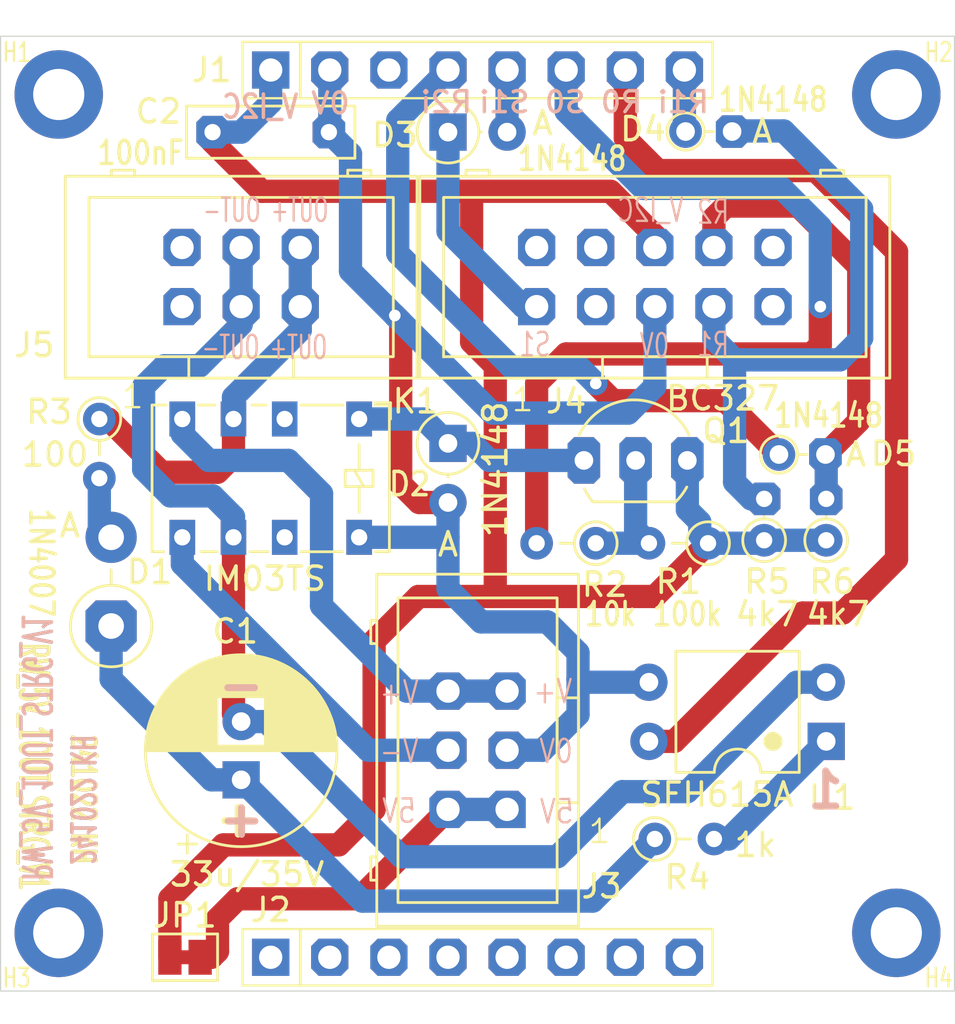
<source format=kicad_pcb>
(kicad_pcb (version 20240108) (generator "pcbnew") (generator_version "8.0")
  (layers (0 "F.Cu" signal) (31 "B.Cu" signal) (34 "B.Paste" user) (35 "F.Paste" user) (36 "B.SilkS" user "B.Silkscreen") (37 "F.SilkS" user "F.Silkscreen") (38 "B.Mask" user) (39 "F.Mask" user) (44 "Edge.Cuts" user))
  (net 0 "")
  (net 1 "/OUT-")
  (net 2 "Net-(D1-A)")
  (net 3 "/REL+")
  (net 4 "/S1")
  (net 5 "/S1i")
  (net 6 "/R1")
  (net 7 "/0V")
  (net 8 "/R1i")
  (net 9 "/S0")
  (net 11 "/R2i")
  (net 12 "/R0")
  (net 17 "/V_I2C")
  (net 20 "/5V")
  (net 22 "/R2")
  (net 23 "/V-")
  (net 24 "/V+")
  (net 30 "/OUT+")
  (net 33 "/Q1B")
  (net 34 "Net-(R4-Pad2)")
  (net 35 "Net-(D1-K)")
  (footprint "_kh_library:MountingHole_2.2mm_M2_Pad_TopBottom_kh" (layer "F.Cu") (at 70.07 26.45)
    (property "Reference" "H2" (at 1.812 -1.812 0) (layer "F.SilkS") (effects (font (size 0.8 0.6) (thickness 0.1) (bold yes))))
    (property "Value" "MountingHole" (hide yes))
    (pad "1" thru_hole circle (at 0 0) (size 2.6 2.6) (drill 2.2) (layers "*.Cu" "*.Mask"))
    (pad "1" connect circle (at 0 0) (size 3.8 3.8) (layers "F.Cu" "F.Mask"))
    (pad "1" connect circle (at 0 0) (size 3.8 3.8) (layers "B.Cu" "B.Mask"))
  )
  (footprint "Resistor_THT:R_Axial_DIN0204_L3.6mm_D1.6mm_P2.54mm_Vertical" (layer "F.Cu") (at 59.69 58.42)
    (property "Reference" "R4" (at 1.397 1.651 0) (layer "F.SilkS"))
    (property "Value" "1k")
    (pad "1" thru_hole circle (at 0 0) (size 1.4 1.4) (drill 0.7) (layers "*.Cu" "*.Mask") (net 35 "Net-(D1-K)"))
    (pad "2" thru_hole oval (at 2.54 0) (size 1.4 1.4) (drill 0.7) (layers "*.Cu" "*.Mask") (net 34 "Net-(R4-Pad2)"))
  )
  (footprint "_kh_library:Box_02x03_P2.54mm_Vertical_kh" (layer "F.Cu") (at 39.37 35.56)
    (property "Reference" "J5" (at -6.35 1.651 0) (layer "F.SilkS"))
    (property "Value" "Box_02x03_P2.54_Vertical" (hide yes))
    (fp_text user "1" (at -2.667 4.445 0) (layer "F.SilkS") (effects (font (thickness 0.1)) (justify left bottom)))
    (pad "1" thru_hole roundrect (at 0 0) (size 1.6 1.6) (drill 1) (layers "*.Cu" "*.Mask") (roundrect_rratio 0) (chamfer_ratio 0.2) (chamfer top_left top_right bottom_right))
    (pad "2" thru_hole roundrect (at 0 -2.54) (size 1.6 1.6) (drill 1) (layers "*.Cu" "*.Mask") (roundrect_rratio 0) (chamfer_ratio 0.2) (chamfer top_left top_right bottom_left bottom_right))
    (pad "3" thru_hole roundrect (at 2.54 0) (size 1.6 1.6) (drill 1) (layers "*.Cu" "*.Mask") (roundrect_rratio 0) (chamfer_ratio 0.2) (chamfer top_left top_right bottom_left bottom_right) (net 1 "/OUT-"))
    (pad "4" thru_hole roundrect (at 2.54 -2.54) (size 1.6 1.6) (drill 1) (layers "*.Cu" "*.Mask") (roundrect_rratio 0) (chamfer_ratio 0.2) (chamfer top_left top_right bottom_left bottom_right) (net 1 "/OUT-"))
    (pad "5" thru_hole roundrect (at 5.08 0) (size 1.6 1.6) (drill 1) (layers "*.Cu" "*.Mask") (roundrect_rratio 0) (chamfer_ratio 0.2) (chamfer top_left top_right bottom_left bottom_right) (net 30 "/OUT+"))
    (pad "6" thru_hole roundrect (at 5.08 -2.54) (size 1.6 1.6) (drill 1) (layers "*.Cu" "*.Mask") (roundrect_rratio 0) (chamfer_ratio 0.2) (chamfer top_left top_right bottom_left bottom_right) (net 30 "/OUT+"))
  )
  (footprint "_kh_library:R_Axial_P1.778mm_Vertical_kh" (layer "F.Cu") (at 64.389 45.593 90)
    (property "Reference" "R5" (at -1.778 0.127 180) (layer "F.SilkS"))
    (property "Value" "4k7")
    (pad "1" thru_hole circle (at 0 0 90) (size 1.4 1.4) (drill 0.7) (layers "*.Cu" "*.Mask") (net 17 "/V_I2C"))
    (pad "2" thru_hole roundrect (at 1.778 0 90) (size 1.4 1.4) (drill 0.7) (layers "*.Cu" "*.Mask") (roundrect_rratio 0) (chamfer_ratio 0.2) (chamfer top_left top_right bottom_left bottom_right) (net 6 "/R1"))
  )
  (footprint "Resistor_THT:R_Axial_DIN0204_L3.6mm_D1.6mm_P2.54mm_Vertical" (layer "F.Cu") (at 57.15 45.72 180)
    (property "Reference" "R2" (at -0.381 -1.778 0) (layer "F.SilkS"))
    (property "Value" "10k")
    (pad "1" thru_hole circle (at 0 0 180) (size 1.4 1.4) (drill 0.7) (layers "*.Cu" "*.Mask") (net 33 "/Q1B"))
    (pad "2" thru_hole oval (at 2.54 0 180) (size 1.4 1.4) (drill 0.7) (layers "*.Cu" "*.Mask") (net 9 "/S0"))
  )
  (footprint "_kh_library:D_DO-41_SOD81_P3.81mm_Vertical_AnodeUp_kh" (layer "F.Cu") (at 36.322 49.276 90)
    (property "Reference" "D1" (at 2.322182 1.651 180) (layer "F.SilkS"))
    (property "Value" "1N4007")
    (fp_text user "A" (at 4.318 -1.778 180) (layer "F.SilkS"))
    (pad "1" thru_hole roundrect (at 0 0 90) (size 2.2 2.2) (drill 1.1) (layers "*.Cu" "*.Mask") (roundrect_rratio 0) (chamfer_ratio 0.2) (chamfer top_left top_right bottom_left bottom_right) (net 35 "Net-(D1-K)"))
    (pad "2" thru_hole oval (at 3.81 0 90) (size 2.2 2.2) (drill 1.1) (layers "*.Cu" "*.Mask") (net 2 "Net-(D1-A)"))
  )
  (footprint "Diode_THT:D_DO-35_SOD27_P2.54mm_Vertical_AnodeUp" (layer "F.Cu") (at 50.8 41.430686 -90)
    (property "Reference" "D2" (at 1.749314 1.651 180) (layer "F.SilkS") (effects (font (size 1 0.9))))
    (property "Value" "1N4148")
    (fp_text user "A" (at 4.34 0 180) (layer "F.SilkS"))
    (pad "1" thru_hole rect (at 0 0 270) (size 1.6 1.6) (drill 0.8) (layers "*.Cu" "*.Mask") (net 3 "/REL+"))
    (pad "2" thru_hole oval (at 2.54 0 270) (size 1.6 1.6) (drill 0.8) (layers "*.Cu" "*.Mask") (net 7 "/0V"))
  )
  (footprint "Resistor_THT:R_Axial_DIN0204_L3.6mm_D1.6mm_P2.54mm_Vertical" (layer "F.Cu") (at 35.814 40.386 -90)
    (property "Reference" "R3" (at -0.304 2.159 180) (layer "F.SilkS"))
    (property "Value" "100")
    (pad "1" thru_hole circle (at 0 0 270) (size 1.4 1.4) (drill 0.7) (layers "*.Cu" "*.Mask") (net 30 "/OUT+"))
    (pad "2" thru_hole oval (at 2.54 0 270) (size 1.4 1.4) (drill 0.7) (layers "*.Cu" "*.Mask") (net 2 "Net-(D1-A)"))
  )
  (footprint "_kh_library:R_Axial_P1.778mm_Vertical_kh" (layer "F.Cu") (at 67.056 45.593 90)
    (property "Reference" "R6" (at -1.778 0.254 180) (layer "F.SilkS"))
    (property "Value" "4k7")
    (pad "1" thru_hole circle (at 0 0 90) (size 1.4 1.4) (drill 0.7) (layers "*.Cu" "*.Mask") (net 17 "/V_I2C"))
    (pad "2" thru_hole roundrect (at 1.778 0 90) (size 1.4 1.4) (drill 0.7) (layers "*.Cu" "*.Mask") (roundrect_rratio 0) (chamfer_ratio 0.2) (chamfer top_left top_right bottom_left bottom_right) (net 22 "/R2"))
  )
  (footprint "Diode_THT:D_DO-35_SOD27_P2.54mm_Vertical_AnodeUp" (layer "F.Cu") (at 50.8 28.067)
    (property "Reference" "D3" (at -2.286 0.127 0) (layer "F.SilkS"))
    (property "Value" "1N4148")
    (fp_text user "A" (at 4.064 -0.381 0) (layer "F.SilkS"))
    (pad "1" thru_hole rect (at 0 0) (size 1.6 1.6) (drill 0.8) (layers "*.Cu" "*.Mask") (net 4 "/S1"))
    (pad "2" thru_hole oval (at 2.54 0) (size 1.6 1.6) (drill 0.8) (layers "*.Cu" "*.Mask") (net 5 "/S1i"))
  )
  (footprint "_kh_library:C_Rect_L7.0mm_W2.0mm_P5.00mm_kh" (layer "F.Cu") (at 45.68 28.067 180)
    (property "Reference" "C2" (at 7.326 0.889 0) (layer "F.SilkS"))
    (property "Value" "100nF")
    (pad "1" thru_hole roundrect (at 0 0 180) (size 1.4 1.4) (drill 0.7) (layers "*.Cu" "*.Mask") (roundrect_rratio 0) (chamfer_ratio 0.2) (chamfer top_left top_right bottom_left bottom_right) (net 7 "/0V"))
    (pad "2" thru_hole roundrect (at 5 0 180) (size 1.4 1.4) (drill 0.7) (layers "*.Cu" "*.Mask") (roundrect_rratio 0) (chamfer_ratio 0.2) (chamfer top_left top_right bottom_left bottom_right) (net 17 "/V_I2C"))
  )
  (footprint "Jumper:SolderJumper-2_P1.3mm_Bridged_Pad1.0x1.5mm" (layer "F.Cu") (at 39.497 63.5)
    (property "Reference" "JP1" (at 0 -1.8 0) (layer "F.SilkS"))
    (property "Value" "Jumper_2_Bridged" (hide yes))
    (fp_poly (pts (xy -0.25 -0.3) (xy 0.25 -0.3) (xy 0.25 0.3) (xy -0.25 0.3)) (fill solid) (layer "F.Cu"))
    (pad "1" smd rect (at -0.65 0) (size 1 1.5) (layers "F.Cu" "F.Mask") (net 17 "/V_I2C"))
    (pad "2" smd rect (at 0.65 0) (size 1 1.5) (layers "F.Cu" "F.Mask") (net 20 "/5V"))
  )
  (footprint "_kh_library:MountingHole_2.2mm_M2_Pad_TopBottom_kh" (layer "F.Cu") (at 34.07 26.45)
    (property "Reference" "H1" (at -1.812 -1.812 0) (layer "F.SilkS") (effects (font (size 0.8 0.6) (thickness 0.1) (bold yes))))
    (property "Value" "MountingHole" (hide yes))
    (pad "1" thru_hole circle (at 0 0) (size 2.6 2.6) (drill 2.2) (layers "*.Cu" "*.Mask"))
    (pad "1" connect circle (at 0 0) (size 3.8 3.8) (layers "F.Cu" "F.Mask"))
    (pad "1" connect circle (at 0 0) (size 3.8 3.8) (layers "B.Cu" "B.Mask"))
  )
  (footprint "_kh_library:PinSocket_1x08_P2.54mm_Vertical_kh" (layer "F.Cu") (at 43.18 25.4 90)
    (property "Reference" "J1" (at 0 -2.54 180) (layer "F.SilkS"))
    (property "Value" "Conn_01x08_Pin")
    (pad "1" thru_hole rect (at 0 0 90) (size 1.6 1.6) (drill 1) (layers "*.Cu" "*.Mask") (net 17 "/V_I2C"))
    (pad "2" thru_hole roundrect (at 0 2.54 90) (size 1.6 1.6) (drill 1) (layers "*.Cu" "*.Mask") (roundrect_rratio 0) (chamfer_ratio 0.2) (chamfer top_left top_right bottom_left bottom_right) (net 7 "/0V"))
    (pad "3" thru_hole roundrect (at 0 5.08 90) (size 1.6 1.6) (drill 1) (layers "*.Cu" "*.Mask") (roundrect_rratio 0) (chamfer_ratio 0.2) (chamfer top_left top_right bottom_left bottom_right))
    (pad "4" thru_hole roundrect (at 0 7.62 90) (size 1.6 1.6) (drill 1) (layers "*.Cu" "*.Mask") (roundrect_rratio 0) (chamfer_ratio 0.2) (chamfer top_left top_right bottom_left bottom_right) (net 11 "/R2i"))
    (pad "5" thru_hole roundrect (at 0 10.16 90) (size 1.6 1.6) (drill 1) (layers "*.Cu" "*.Mask") (roundrect_rratio 0) (chamfer_ratio 0.2) (chamfer top_left top_right bottom_left bottom_right) (net 5 "/S1i"))
    (pad "6" thru_hole roundrect (at 0 12.7 90) (size 1.6 1.6) (drill 1) (layers "*.Cu" "*.Mask") (roundrect_rratio 0) (chamfer_ratio 0.2) (chamfer top_left top_right bottom_left bottom_right) (net 9 "/S0"))
    (pad "7" thru_hole roundrect (at 0 15.24 90) (size 1.6 1.6) (drill 1) (layers "*.Cu" "*.Mask") (roundrect_rratio 0) (chamfer_ratio 0.2) (chamfer top_left top_right bottom_left bottom_right) (net 12 "/R0"))
    (pad "8" thru_hole roundrect (at 0 17.78 90) (size 1.6 1.6) (drill 1) (layers "*.Cu" "*.Mask") (roundrect_rratio 0) (chamfer_ratio 0.2) (chamfer top_left top_right bottom_left bottom_right) (net 8 "/R1i"))
  )
  (footprint "_kh_library:MountingHole_2.2mm_M2_Pad_TopBottom_kh" (layer "F.Cu") (at 34.07 62.45)
    (property "Reference" "H3" (at -1.812 1.939 0) (layer "F.SilkS") (effects (font (size 0.8 0.6) (thickness 0.1) (bold yes))))
    (property "Value" "MountingHole" (hide yes))
    (pad "1" thru_hole circle (at 0 0) (size 2.6 2.6) (drill 2.2) (layers "*.Cu" "*.Mask"))
    (pad "1" connect circle (at 0 0) (size 3.8 3.8) (layers "F.Cu" "F.Mask"))
    (pad "1" connect circle (at 0 0) (size 3.8 3.8) (layers "B.Cu" "B.Mask"))
  )
  (footprint "_kh_library:TO-92_Inline_Wide_2.2225" (layer "F.Cu") (at 56.642 42.164)
    (property "Reference" "Q1" (at 6.096 -1.27 0) (layer "F.SilkS"))
    (property "Value" "BC327")
    (pad "1" thru_hole roundrect (at 0 0) (size 1.4 2) (drill 0.8) (layers "*.Cu" "*.Mask") (roundrect_rratio 0) (chamfer_ratio 0.2) (chamfer top_left top_right bottom_left bottom_right) (net 3 "/REL+"))
    (pad "2" thru_hole roundrect (at 2.2225 0) (size 1.4 2) (drill 0.8) (layers "*.Cu" "*.Mask") (roundrect_rratio 0) (chamfer_ratio 0.2) (chamfer top_left top_right bottom_left bottom_right) (net 33 "/Q1B"))
    (pad "3" thru_hole roundrect (at 4.445 0) (size 1.4 2) (drill 0.8) (layers "*.Cu" "*.Mask") (roundrect_rratio 0) (chamfer_ratio 0.2) (chamfer top_left top_right bottom_left bottom_right) (net 17 "/V_I2C"))
  )
  (footprint "Package_DIP:DIP-4_W7.62mm" (layer "F.Cu") (at 67.056 54.229 180)
    (property "Reference" "U1" (at -0.254 -2.413 0) (layer "F.SilkS"))
    (property "Value" "SFH615A")
    (pad "1" thru_hole rect (at 0 0 180) (size 1.6 1.6) (drill 0.8) (layers "*.Cu" "*.Mask") (net 34 "Net-(R4-Pad2)"))
    (pad "2" thru_hole oval (at 0 2.54 180) (size 1.6 1.6) (drill 0.8) (layers "*.Cu" "*.Mask") (net 1 "/OUT-"))
    (pad "3" thru_hole oval (at 7.62 2.54 180) (size 1.6 1.6) (drill 0.8) (layers "*.Cu" "*.Mask") (net 7 "/0V"))
    (pad "4" thru_hole oval (at 7.62 0 180) (size 1.6 1.6) (drill 0.8) (layers "*.Cu" "*.Mask") (net 12 "/R0"))
  )
  (footprint "_kh_library:Box_02x03_P2.54mm_Vertical_kh" (layer "F.Cu") (at 53.34 57.15 90)
    (property "Reference" "J3" (at -3.302 4.064 180) (layer "F.SilkS"))
    (property "Value" "Box_02x03_P2.54_Vertical" (hide yes))
    (fp_text user "1" (at -1.524 3.429 0) (layer "F.SilkS") (effects (font (thickness 0.1)) (justify left bottom)))
    (pad "1" thru_hole roundrect (at 0 0 90) (size 1.6 1.6) (drill 1) (layers "*.Cu" "*.Mask") (roundrect_rratio 0) (chamfer_ratio 0.2) (chamfer top_left top_right bottom_right) (net 20 "/5V"))
    (pad "2" thru_hole roundrect (at 0 -2.54 90) (size 1.6 1.6) (drill 1) (layers "*.Cu" "*.Mask") (roundrect_rratio 0) (chamfer_ratio 0.2) (chamfer top_left top_right bottom_left bottom_right) (net 20 "/5V"))
    (pad "3" thru_hole roundrect (at 2.54 0 90) (size 1.6 1.6) (drill 1) (layers "*.Cu" "*.Mask") (roundrect_rratio 0) (chamfer_ratio 0.2) (chamfer top_left top_right bottom_left bottom_right) (net 7 "/0V"))
    (pad "4" thru_hole roundrect (at 2.54 -2.54 90) (size 1.6 1.6) (drill 1) (layers "*.Cu" "*.Mask") (roundrect_rratio 0) (chamfer_ratio 0.2) (chamfer top_left top_right bottom_left bottom_right) (net 23 "/V-"))
    (pad "5" thru_hole roundrect (at 5.08 0 90) (size 1.6 1.6) (drill 1) (layers "*.Cu" "*.Mask") (roundrect_rratio 0) (chamfer_ratio 0.2) (chamfer top_left top_right bottom_left bottom_right) (net 24 "/V+"))
    (pad "6" thru_hole roundrect (at 5.08 -2.54 90) (size 1.6 1.6) (drill 1) (layers "*.Cu" "*.Mask") (roundrect_rratio 0) (chamfer_ratio 0.2) (chamfer top_left top_right bottom_left bottom_right) (net 24 "/V+"))
  )
  (footprint "Resistor_THT:R_Axial_DIN0204_L3.6mm_D1.6mm_P2.54mm_Vertical" (layer "F.Cu") (at 61.976 45.72 180)
    (property "Reference" "R1" (at 1.27 -1.651 0) (layer "F.SilkS"))
    (property "Value" "100k")
    (pad "1" thru_hole circle (at 0 0 180) (size 1.4 1.4) (drill 0.7) (layers "*.Cu" "*.Mask") (net 17 "/V_I2C"))
    (pad "2" thru_hole oval (at 2.54 0 180) (size 1.4 1.4) (drill 0.7) (layers "*.Cu" "*.Mask") (net 33 "/Q1B"))
  )
  (footprint "_kh_library:D_DO-35_P2.0mm_Vertical_AnodeUp_kh" (layer "F.Cu") (at 61.0108 28.0416)
    (property "Reference" "D4" (at -1.8288 -0.1016 0) (layer "F.SilkS"))
    (property "Value" "1N4148" (hide yes))
    (fp_text user "A" (at 3.302 0 0) (layer "F.SilkS"))
    (pad "1" thru_hole circle (at 0 0) (size 1.4 1.4) (drill 0.8) (layers "*.Cu" "*.Mask") (net 8 "/R1i"))
    (pad "2" thru_hole roundrect (at 2 0) (size 1.4 1.4) (drill 0.8) (layers "*.Cu" "*.Mask") (roundrect_rratio 0) (chamfer_ratio 0.2) (chamfer top_left top_right bottom_left bottom_right) (net 6 "/R1"))
  )
  (footprint "_kh_library:MountingHole_2.2mm_M2_Pad_TopBottom_kh" (layer "F.Cu") (at 70.07 62.45)
    (property "Reference" "H4" (at 1.812 1.939 0) (layer "F.SilkS") (effects (font (size 0.8 0.6) (thickness 0.1) (bold yes))))
    (property "Value" "MountingHole" (hide yes))
    (pad "1" thru_hole circle (at 0 0) (size 2.6 2.6) (drill 2.2) (layers "*.Cu" "*.Mask"))
    (pad "1" connect circle (at 0 0) (size 3.8 3.8) (layers "F.Cu" "F.Mask"))
    (pad "1" connect circle (at 0 0) (size 3.8 3.8) (layers "B.Cu" "B.Mask"))
  )
  (footprint "Capacitor_THT:CP_Radial_D8.0mm_P2.50mm" (layer "F.Cu") (at 41.91 55.88 90)
    (property "Reference" "C1" (at 6.3754 -0.254 180) (layer "F.SilkS"))
    (property "Value" "33u/35V")
    (pad "1" thru_hole rect (at 0 0 90) (size 1.6 1.6) (drill 0.8) (layers "*.Cu" "*.Mask") (net 35 "Net-(D1-K)"))
    (pad "2" thru_hole circle (at 2.5 0 90) (size 1.6 1.6) (drill 0.8) (layers "*.Cu" "*.Mask") (net 1 "/OUT-"))
  )
  (footprint "_kh_library:D_DO-35_P2.0mm_Vertical_AnodeUp_kh" (layer "F.Cu") (at 65.024 41.91)
    (property "Reference" "D5" (at 4.9276 -0.0254 360) (layer "F.SilkS"))
    (property "Value" "1N4148" (hide yes))
    (fp_text user "A" (at 3.302 0 360) (layer "F.SilkS"))
    (pad "1" thru_hole circle (at 0 0) (size 1.4 1.4) (drill 0.8) (layers "*.Cu" "*.Mask") (net 11 "/R2i"))
    (pad "2" thru_hole roundrect (at 2 0) (size 1.4 1.4) (drill 0.8) (layers "*.Cu" "*.Mask") (roundrect_rratio 0) (chamfer_ratio 0.2) (chamfer top_left top_right bottom_left bottom_right) (net 22 "/R2"))
  )
  (footprint "_kh_library:PinSocket_1x08_P2.54mm_Vertical_kh" (layer "F.Cu") (at 43.18 63.5 90)
    (property "Reference" "J2" (at 2.032 0 180) (layer "F.SilkS"))
    (property "Value" "Conn_01x08_Pin")
    (pad "1" thru_hole rect (at 0 0 90) (size 1.6 1.6) (drill 1) (layers "*.Cu" "*.Mask"))
    (pad "2" thru_hole roundrect (at 0 2.54 90) (size 1.6 1.6) (drill 1) (layers "*.Cu" "*.Mask") (roundrect_rratio 0) (chamfer_ratio 0.2) (chamfer top_left top_right bottom_left bottom_right))
    (pad "3" thru_hole roundrect (at 0 5.08 90) (size 1.6 1.6) (drill 1) (layers "*.Cu" "*.Mask") (roundrect_rratio 0) (chamfer_ratio 0.2) (chamfer top_left top_right bottom_left bottom_right))
    (pad "4" thru_hole roundrect (at 0 7.62 90) (size 1.6 1.6) (drill 1) (layers "*.Cu" "*.Mask") (roundrect_rratio 0) (chamfer_ratio 0.2) (chamfer top_left top_right bottom_left bottom_right))
    (pad "5" thru_hole roundrect (at 0 10.16 90) (size 1.6 1.6) (drill 1) (layers "*.Cu" "*.Mask") (roundrect_rratio 0) (chamfer_ratio 0.2) (chamfer top_left top_right bottom_left bottom_right))
    (pad "6" thru_hole roundrect (at 0 12.7 90) (size 1.6 1.6) (drill 1) (layers "*.Cu" "*.Mask") (roundrect_rratio 0) (chamfer_ratio 0.2) (chamfer top_left top_right bottom_left bottom_right))
    (pad "7" thru_hole roundrect (at 0 15.24 90) (size 1.6 1.6) (drill 1) (layers "*.Cu" "*.Mask") (roundrect_rratio 0) (chamfer_ratio 0.2) (chamfer top_left top_right bottom_left bottom_right))
    (pad "8" thru_hole roundrect (at 0 17.78 90) (size 1.6 1.6) (drill 1) (layers "*.Cu" "*.Mask") (roundrect_rratio 0) (chamfer_ratio 0.2) (chamfer top_left top_right bottom_left bottom_right))
  )
  (footprint "_kh_library:Box_02x05_P2.54mm_Vertical_kh" (layer "F.Cu") (at 54.61 35.56)
    (property "Reference" "J4" (at 1.27 4.064 0) (layer "F.SilkS"))
    (property "Value" "Box_02x05_P2.54_Vertical" (hide yes))
    (fp_text user "1" (at -1.143 4.572 0) (layer "F.SilkS") (effects (font (thickness 0.1)) (justify left bottom)))
    (pad "1" thru_hole roundrect (at 0 0) (size 1.6 1.6) (drill 1) (layers "*.Cu" "*.Mask") (roundrect_rratio 0) (chamfer_ratio 0.2) (chamfer top_left top_right bottom_right) (net 4 "/S1"))
    (pad "2" thru_hole roundrect (at 0 -2.54) (size 1.6 1.6) (drill 1) (layers "*.Cu" "*.Mask") (roundrect_rratio 0) (chamfer_ratio 0.2) (chamfer top_left top_right bottom_left bottom_right))
    (pad "3" thru_hole roundrect (at 2.54 0) (size 1.6 1.6) (drill 1) (layers "*.Cu" "*.Mask") (roundrect_rratio 0) (chamfer_ratio 0.2) (chamfer top_left top_right bottom_left bottom_right))
    (pad "4" thru_hole roundrect (at 2.54 -2.54) (size 1.6 1.6) (drill 1) (layers "*.Cu" "*.Mask") (roundrect_rratio 0) (chamfer_ratio 0.2) (chamfer top_left top_right bottom_left bottom_right))
    (pad "5" thru_hole roundrect (at 5.08 0) (size 1.6 1.6) (drill 1) (layers "*.Cu" "*.Mask") (roundrect_rratio 0) (chamfer_ratio 0.2) (chamfer top_left top_right bottom_left bottom_right) (net 7 "/0V"))
    (pad "6" thru_hole roundrect (at 5.08 -2.54) (size 1.6 1.6) (drill 1) (layers "*.Cu" "*.Mask") (roundrect_rratio 0) (chamfer_ratio 0.2) (chamfer top_left top_right bottom_left bottom_right) (net 17 "/V_I2C"))
    (pad "7" thru_hole roundrect (at 7.62 0) (size 1.6 1.6) (drill 1) (layers "*.Cu" "*.Mask") (roundrect_rratio 0) (chamfer_ratio 0.2) (chamfer top_left top_right bottom_left bottom_right) (net 6 "/R1"))
    (pad "8" thru_hole roundrect (at 7.62 -2.54) (size 1.6 1.6) (drill 1) (layers "*.Cu" "*.Mask") (roundrect_rratio 0) (chamfer_ratio 0.2) (chamfer top_left top_right bottom_left bottom_right) (net 22 "/R2"))
    (pad "9" thru_hole roundrect (at 10.16 0) (size 1.6 1.6) (drill 1) (layers "*.Cu" "*.Mask") (roundrect_rratio 0) (chamfer_ratio 0.2) (chamfer top_left top_right bottom_left bottom_right))
    (pad "10" thru_hole roundrect (at 10.16 -2.54) (size 1.6 1.6) (drill 1) (layers "*.Cu" "*.Mask") (roundrect_rratio 0) (chamfer_ratio 0.2) (chamfer top_left top_right bottom_left bottom_right))
  )
  (footprint "_kh_library:Relay_DPDT_AXICOM_IMSeries_Pitch5.08mm_rect_Pins" (layer "F.Cu") (at 46.98 40.386 -90)
    (property "Reference" "K1" (at -0.762 -2.423 180) (layer "F.SilkS"))
    (property "Value" "IM03TS")
    (pad "1" thru_hole rect (at 0 0 270) (size 1.5 1.1) (drill 0.7) (layers "*.Cu" "*.Mask") (net 3 "/REL+"))
    (pad "2" thru_hole rect (at 0 3.2 270) (size 1.5 1.1) (drill 0.7) (layers "*.Cu" "*.Mask"))
    (pad "3" thru_hole rect (at 0 5.4 270) (size 1.5 1.1) (drill 0.7) (layers "*.Cu" "*.Mask") (net 30 "/OUT+"))
    (pad "4" thru_hole rect (at 0 7.6 270) (size 1.5 1.1) (drill 0.7) (layers "*.Cu" "*.Mask") (net 24 "/V+"))
    (pad "5" thru_hole rect (at 5.08 7.6 270) (size 1.5 1.1) (drill 0.7) (layers "*.Cu" "*.Mask") (net 23 "/V-"))
    (pad "6" thru_hole rect (at 5.08 5.4 270) (size 1.5 1.1) (drill 0.7) (layers "*.Cu" "*.Mask") (net 1 "/OUT-"))
    (pad "7" thru_hole rect (at 5.08 3.2 270) (size 1.5 1.1) (drill 0.7) (layers "*.Cu" "*.Mask"))
    (pad "8" thru_hole rect (at 5.08 0 270) (size 1.5 1.1) (drill 0.7) (layers "*.Cu" "*.Mask") (net 7 "/0V"))
  )
  (gr_circle (center 64.77 54.229) (end 65.024 54.483) (stroke (width 0.1)) (fill solid) (layer "F.SilkS"))
  (gr_rect (start 31.57 23.95) (end 72.57 64.95) (stroke (width 0.05)) (fill none) (layer "Edge.Cuts"))
  (gr_text "241022 KH" (at 34.544 53.848 270) (layer "F.Cu") (effects (font (size 1 0.65)) (justify left bottom)))
  (gr_text "RW_5V_1OUT_STRG_V1" (at 32.2834 49.911 270) (layer "F.Cu") (effects (font (size 1.2 0.65)) (justify left bottom)))
  (gr_text "RW_5V_1OUT_STRG_V1" (at 32.4 60.3 270) (layer "B.Cu") (effects (font (size 1.2 0.7)) (justify left bottom mirror)))
  (gr_text "241022 KH" (at 34.5 59.6 270) (layer "B.Cu") (effects (font (size 1 0.65)) (justify left bottom mirror)))
  (gr_text "V_I2C" (at 60.9854 32.004 0) (layer "B.SilkS") (effects (font (size 1 0.7) (thickness 0.1)) (justify left bottom mirror)))
  (gr_text "+" (at 43.053 58.42 0) (layer "B.SilkS") (effects (font (size 1.5 1.5) (thickness 0.3) (bold yes)) (justify left bottom mirror)))
  (gr_text "OUT+ OUT-" (at 45.6692 37.8968 0) (layer "B.SilkS") (effects (font (size 1 0.6) (thickness 0.1)) (justify left bottom mirror)))
  (gr_text "R2" (at 62.9412 32.0802 0) (layer "B.SilkS") (effects (font (size 1 0.7) (thickness 0.1)) (justify left bottom mirror)))
  (gr_text "V_I2C" (at 44.45 27.559 0) (layer "B.SilkS") (effects (font (size 1 0.8)) (justify left bottom mirror)))
  (gr_text "V+" (at 49.6062 52.7304 0) (layer "B.SilkS") (effects (font (size 1 0.8) (thickness 0.1)) (justify left bottom mirror)))
  (gr_text "1" (at 67.945 57.2008 0) (layer "B.SilkS") (effects (font (size 1.5 1.5) (thickness 0.3) (bold yes)) (justify left bottom mirror)))
  (gr_text "R1i R0 S0 S1i" (at 62.103 27.305 0) (layer "B.SilkS") (effects (font (size 0.9 0.9)) (justify left bottom mirror)))
  (gr_text "241022 KH" (at 34.5 59.6 270) (layer "B.SilkS") (effects (font (size 1 0.65)) (justify left bottom mirror)))
  (gr_text "OUT+ OUT-" (at 45.72 32.004 0) (layer "B.SilkS") (effects (font (size 1 0.6) (thickness 0.1)) (justify left bottom mirror)))
  (gr_text "0V" (at 60.3758 37.8206 0) (layer "B.SilkS") (effects (font (size 1 0.7) (thickness 0.1)) (justify left bottom mirror)))
  (gr_text "0V" (at 56.2356 55.245 0) (layer "B.SilkS") (effects (font (size 1 0.8) (thickness 0.1)) (justify left bottom mirror)))
  (gr_text "S1" (at 55.2704 37.7698 0) (layer "B.SilkS") (effects (font (size 1 0.7) (thickness 0.1)) (justify left bottom mirror)))
  (gr_text "V+" (at 56.2102 52.6754 0) (layer "B.SilkS") (effects (font (size 1 0.8) (thickness 0.1)) (justify left bottom mirror)))
  (gr_text "5V" (at 49.4792 57.8062 0) (layer "B.SilkS") (effects (font (size 1 0.8) (thickness 0.1)) (justify left bottom mirror)))
  (gr_text "5V" (at 56.261 57.8316 0) (layer "B.SilkS") (effects (font (size 1 0.8) (thickness 0.1)) (justify left bottom mirror)))
  (gr_text "RW_5V_1OUT_STRG_V1" (at 32.4 60.3 270) (layer "B.SilkS") (effects (font (size 1.2 0.7)) (justify left bottom mirror)))
  (gr_text "R2i" (at 51.9176 27.305 0) (layer "B.SilkS") (effects (font (size 0.9 0.9)) (justify left bottom mirror)))
  (gr_text "0V" (at 46.6598 27.3558 0) (layer "B.SilkS") (effects (font (size 0.9 0.9)) (justify left bottom mirror)))
  (gr_text "-" (at 41.91 51.816 0) (layer "B.SilkS") (effects (font (size 1.5 1.5) (thickness 0.3) (bold yes)) (justify mirror)))
  (gr_text "R1" (at 62.9412 37.7698 0) (layer "B.SilkS") (effects (font (size 1 0.7) (thickness 0.1)) (justify left bottom mirror)))
  (gr_text "V-" (at 49.6062 55.2408 0) (layer "B.SilkS") (effects (font (size 1 0.8) (thickness 0.1)) (justify left bottom mirror)))
  (gr_text "IM03TS" (at 42.926 47.244 0) (layer "F.SilkS") (effects (font (size 1 1))))
  (gr_text "SFH615A" (at 62.357 56.515 0) (layer "F.SilkS") (effects (font (size 1 1))))
  (gr_text "4k7" (at 67.564 48.768 0) (layer "F.SilkS") (effects (font (size 1 1))))
  (gr_text "1N4007" (at 33.3248 46.5582 270) (layer "F.SilkS") (effects (font (size 1 0.8))))
  (gr_text "+" (at 41.783 57.531 0) (layer "F.SilkS") (effects (font (size 1.5 1.5) (thickness 0.3) (bold yes))))
  (gr_text "33u/35V" (at 42.164 59.944 0) (layer "F.SilkS") (effects (font (size 1 1))))
  (gr_text "BC327" (at 62.611 39.497 0) (layer "F.SilkS") (effects (font (size 1 1))))
  (gr_text "100" (at 33.909 41.91 0) (layer "F.SilkS") (effects (font (size 1 1))))
  (gr_text "1N4148" (at 64.77 26.67 0) (layer "F.SilkS") (effects (font (size 1 0.8))))
  (gr_text "RW_5V_1OUT_STRG_V1" (at 32.2834 49.911 270) (layer "F.SilkS") (effects (font (size 1.2 0.65)) (justify left bottom)))
  (gr_text "100k" (at 61.087 48.768 0) (layer "F.SilkS") (effects (font (size 1 0.8))))
  (gr_text "4k7" (at 64.516 48.768 0) (layer "F.SilkS") (effects (font (size 1 1))))
  (gr_text "1N4148" (at 56.134 29.21 0) (layer "F.SilkS") (effects (font (size 1 0.8))))
  (gr_text "100nF" (at 37.592 28.956 0) (layer "F.SilkS") (effects (font (size 1 0.8))))
  (gr_text "241022 KH" (at 34.544 53.848 270) (layer "F.SilkS") (effects (font (size 1 0.65)) (justify left bottom)))
  (gr_text "1N4148" (at 52.832 42.545 90) (layer "F.SilkS") (effects (font (size 1 1))))
  (gr_text "10k" (at 57.785 48.768 0) (layer "F.SilkS") (effects (font (size 1 0.8))))
  (gr_text "1k" (at 64.008 58.674 0) (layer "F.SilkS") (effects (font (size 1 1))))
  (gr_text "1N4148" (at 67.1576 40.2336 0) (layer "F.SilkS") (effects (font (size 1 0.8))))
  (segment (start 41.58 45.466) (end 41.58 53.05) (width 1) (layer "F.Cu") (net 1))
  (segment (start 41.58 53.05) (end 41.91 53.38) (width 1) (layer "F.Cu") (net 1))
  (segment (start 38.862 43.688) (end 37.719 42.545) (width 1) (layer "B.Cu") (net 1))
  (segment (start 37.719 42.545) (end 37.719 38.989) (width 1) (layer "B.Cu") (net 1))
  (segment (start 41.58 45.466) (end 41.58 44.5772) (width 1) (layer "B.Cu") (net 1))
  (segment (start 61.087 56.388) (end 58.293 56.388) (width 1) (layer "B.Cu") (net 1))
  (segment (start 55.499 59.182) (end 48.7934 59.182) (width 1) (layer "B.Cu") (net 1))
  (segment (start 41.58 44.5772) (end 40.6908 43.688) (width 1) (layer "B.Cu") (net 1))
  (segment (start 67.056 51.689) (end 65.786 51.689) (width 1) (layer "B.Cu") (net 1))
  (segment (start 40.132 38.1) (end 41.91 36.322) (width 1) (layer "B.Cu") (net 1))
  (segment (start 41.91 36.322) (end 41.91 35.56) (width 1) (layer "B.Cu") (net 1))
  (segment (start 37.719 38.989) (end 38.608 38.1) (width 1) (layer "B.Cu") (net 1))
  (segment (start 48.7934 59.182) (end 42.9914 53.38) (width 1) (layer "B.Cu") (net 1))
  (segment (start 65.786 51.689) (end 61.087 56.388) (width 1) (layer "B.Cu") (net 1))
  (segment (start 38.608 38.1) (end 40.132 38.1) (width 1) (layer "B.Cu") (net 1))
  (segment (start 41.91 33.02) (end 41.91 35.56) (width 1) (layer "B.Cu") (net 1))
  (segment (start 40.6908 43.688) (end 38.862 43.688) (width 1) (layer "B.Cu") (net 1))
  (segment (start 42.9914 53.38) (end 41.91 53.38) (width 1) (layer "B.Cu") (net 1))
  (segment (start 58.293 56.388) (end 55.499 59.182) (width 1) (layer "B.Cu") (net 1))
  (segment (start 36.322 45.466) (end 35.814 44.958) (width 1) (layer "B.Cu") (net 2))
  (segment (start 35.814 44.958) (end 35.814 42.926) (width 1) (layer "B.Cu") (net 2))
  (segment (start 46.98 40.386) (end 49.755314 40.386) (width 1) (layer "B.Cu") (net 3))
  (segment (start 50.8 41.430686) (end 51.844686 41.430686) (width 1) (layer "B.Cu") (net 3))
  (segment (start 51.844686 41.430686) (end 52.578 42.164) (width 1) (layer "B.Cu") (net 3))
  (segment (start 52.578 42.164) (end 56.642 42.164) (width 1) (layer "B.Cu") (net 3))
  (segment (start 49.755314 40.386) (end 50.8 41.430686) (width 1) (layer "B.Cu") (net 3))
  (segment (start 50.8 28.067) (end 50.8 32.3215) (width 1) (layer "B.Cu") (net 4))
  (segment (start 50.8 32.3215) (end 54.0385 35.56) (width 1) (layer "B.Cu") (net 4))
  (segment (start 54.0385 35.56) (end 54.61 35.56) (width 1) (layer "B.Cu") (net 4))
  (segment (start 53.34 28.067) (end 53.34 25.4) (width 1) (layer "B.Cu") (net 5))
  (segment (start 68.58 36.9062) (end 67.6402 37.846) (width 1) (layer "B.Cu") (net 6))
  (segment (start 67.6402 37.846) (end 63.119 37.846) (width 1) (layer "B.Cu") (net 6))
  (segment (start 63.0362 28.0162) (end 65.2272 28.0162) (width 1) (layer "B.Cu") (net 6))
  (segment (start 62.23 36.957) (end 63.119 37.846) (width 1) (layer "B.Cu") (net 6))
  (segment (start 63.119 43.1038) (end 63.119 37.846) (width 1) (layer "B.Cu") (net 6))
  (segment (start 63.8302 43.815) (end 63.119 43.1038) (width 1) (layer "B.Cu") (net 6))
  (segment (start 62.23 35.56) (end 62.23 36.957) (width 1) (layer "B.Cu") (net 6))
  (segment (start 64.389 43.815) (end 63.8302 43.815) (width 1) (layer "B.Cu") (net 6))
  (segment (start 65.2272 28.0162) (end 68.58 31.369) (width 1) (layer "B.Cu") (net 6))
  (segment (start 68.58 31.369) (end 68.58 36.9062) (width 1) (layer "B.Cu") (net 6))
  (segment (start 49.558686 43.970686) (end 50.8 43.970686) (width 1) (layer "F.Cu") (net 7))
  (segment (start 48.768 43.18) (end 49.558686 43.970686) (width 1) (layer "F.Cu") (net 7))
  (segment (start 48.768 36.195) (end 48.768 43.18) (width 1) (layer "F.Cu") (net 7))
  (segment (start 48.514 35.941) (end 48.768 36.195) (width 1) (layer "F.Cu") (net 7))
  (via (at 48.514 35.941) (size 1) (drill 0.5) (layers "F.Cu" "B.Cu") (net 7))
  (segment (start 55.0672 49.0982) (end 52.2224 49.0982) (width 1) (layer "B.Cu") (net 7))
  (segment (start 56.515 51.689) (end 56.388 51.562) (width 1) (layer "B.Cu") (net 7))
  (segment (start 56.388 51.562) (end 56.388 50.419) (width 1) (layer "B.Cu") (net 7))
  (segment (start 50.8 47.6758) (end 50.8 45.466) (width 1) (layer "B.Cu") (net 7))
  (segment (start 50.8 44.704) (end 50.8 43.970686) (width 1) (layer "B.Cu") (net 7))
  (segment (start 50.8 43.970686) (end 50.8 45.466) (width 1) (layer "B.Cu") (net 7))
  (segment (start 53.34 54.61) (end 54.864 54.61) (width 1) (layer "B.Cu") (net 7))
  (segment (start 46.609 34.036) (end 46.609 28.996) (width 1) (layer "B.Cu") (net 7))
  (segment (start 45.72 25.4) (end 45.72 28.027) (width 1) (layer "B.Cu") (net 7))
  (segment (start 52.2224 49.0982) (end 50.8 47.6758) (width 1) (layer "B.Cu") (net 7))
  (segment (start 59.69 35.56) (end 59.69 38.989) (width 1) (layer "B.Cu") (net 7))
  (segment (start 46.609 28.996) (end 45.68 28.067) (width 1) (layer "B.Cu") (net 7))
  (segment (start 58.547 40.132) (end 52.705 40.132) (width 1) (layer "B.Cu") (net 7))
  (segment (start 56.388 53.086) (end 56.388 51.562) (width 1) (layer "B.Cu") (net 7))
  (segment (start 59.69 38.989) (end 58.547 40.132) (width 1) (layer "B.Cu") (net 7))
  (segment (start 59.436 51.689) (end 56.515 51.689) (width 1) (layer "B.Cu") (net 7))
  (segment (start 46.98 45.466) (end 50.8 45.466) (width 1) (layer "B.Cu") (net 7))
  (segment (start 54.864 54.61) (end 56.388 53.086) (width 1) (layer "B.Cu") (net 7))
  (segment (start 52.705 40.132) (end 46.609 34.036) (width 1) (layer "B.Cu") (net 7))
  (segment (start 56.388 50.419) (end 55.0672 49.0982) (width 1) (layer "B.Cu") (net 7))
  (segment (start 60.96 25.4) (end 60.96 27.94) (width 1) (layer "B.Cu") (net 8))
  (segment (start 66.802 37.211) (end 66.802 35.56) (width 1) (layer "F.Cu") (net 9))
  (segment (start 55.88 37.592) (end 66.421 37.592) (width 1) (layer "F.Cu") (net 9))
  (segment (start 66.421 37.592) (end 66.802 37.211) (width 1) (layer "F.Cu") (net 9))
  (segment (start 54.61 38.862) (end 55.88 37.592) (width 1) (layer "F.Cu") (net 9))
  (segment (start 54.61 45.72) (end 54.61 38.862) (width 1) (layer "F.Cu") (net 9))
  (via (at 66.802 35.56) (size 1) (drill 0.5) (layers "F.Cu" "B.Cu") (net 9))
  (segment (start 66.802 32.131) (end 66.802 35.56) (width 1) (layer "B.Cu") (net 9))
  (segment (start 59.182 30.48) (end 65.151 30.48) (width 1) (layer "B.Cu") (net 9))
  (segment (start 55.88 27.178) (end 59.182 30.48) (width 1) (layer "B.Cu") (net 9))
  (segment (start 65.151 30.48) (end 66.802 32.131) (width 1) (layer "B.Cu") (net 9))
  (segment (start 55.88 25.4) (end 55.88 27.178) (width 1) (layer "B.Cu") (net 9))
  (segment (start 57.8866 39.5986) (end 57.15 38.862) (width 1) (layer "F.Cu") (net 11))
  (segment (start 65.024 41.91) (end 62.7126 39.5986) (width 1) (layer "F.Cu") (net 11))
  (segment (start 62.7126 39.5986) (end 57.8866 39.5986) (width 1) (layer "F.Cu") (net 11))
  (via (at 57.15 38.862) (size 1) (drill 0.5) (layers "F.Cu" "B.Cu") (net 11))
  (segment (start 48.641 33.274) (end 53.5432 38.1762) (width 1) (layer "B.Cu") (net 11))
  (segment (start 48.641 27.559) (end 48.641 33.274) (width 1) (layer "B.Cu") (net 11))
  (segment (start 50.8 25.4) (end 48.641 27.559) (width 1) (layer "B.Cu") (net 11))
  (segment (start 56.4642 38.1762) (end 57.15 38.862) (width 1) (layer "B.Cu") (net 11))
  (segment (start 53.5432 38.1762) (end 56.4642 38.1762) (width 1) (layer "B.Cu") (net 11))
  (segment (start 59.817 29.718) (end 66.5988 29.718) (width 1) (layer "F.Cu") (net 12))
  (segment (start 60.5282 54.229) (end 59.436 54.229) (width 1) (layer "F.Cu") (net 12))
  (segment (start 67.7672 48.7172) (end 66.04 48.7172) (width 1) (layer "F.Cu") (net 12))
  (segment (start 66.5988 29.718) (end 70.0786 33.1978) (width 1) (layer "F.Cu") (net 12))
  (segment (start 58.42 25.4) (end 58.42 28.321) (width 1) (layer "F.Cu") (net 12))
  (segment (start 66.04 48.7172) (end 60.5282 54.229) (width 1) (layer "F.Cu") (net 12))
  (segment (start 70.0786 33.1978) (end 70.0786 46.4058) (width 1) (layer "F.Cu") (net 12))
  (segment (start 58.42 28.321) (end 59.817 29.718) (width 1) (layer "F.Cu") (net 12))
  (segment (start 70.0786 46.4058) (end 67.7672 48.7172) (width 1) (layer "F.Cu") (net 12))
  (segment (start 51.816 37.084) (end 52.832 38.1) (width 1) (layer "F.Cu") (net 17))
  (segment (start 40.68 28.067) (end 40.68 28.488) (width 1) (layer "F.Cu") (net 17))
  (segment (start 38.847 60.975) (end 41.148 58.674) (width 1) (layer "F.Cu") (net 17))
  (segment (start 46.101 58.674) (end 47.625 57.15) (width 1) (layer "F.Cu") (net 17))
  (segment (start 40.68 28.488) (end 42.799 30.607) (width 1) (layer "F.Cu") (net 17))
  (segment (start 59.69 48.006) (end 61.976 45.72) (width 1) (layer "F.Cu") (net 17))
  (segment (start 41.148 58.674) (end 46.101 58.674) (width 1) (layer "F.Cu") (net 17))
  (segment (start 38.847 63.5) (end 38.847 60.975) (width 1) (layer "F.Cu") (net 17))
  (segment (start 47.625 57.15) (end 47.625 49.911) (width 1) (layer "F.Cu") (net 17))
  (segment (start 52.832 38.1) (end 52.832 48.006) (width 1) (layer "F.Cu") (net 17))
  (segment (start 57.785 30.607) (end 59.69 32.512) (width 1) (layer "F.Cu") (net 17))
  (segment (start 42.799 30.607) (end 57.785 30.607) (width 1) (layer "F.Cu") (net 17))
  (segment (start 49.53 48.006) (end 52.832 48.006) (width 1) (layer "F.Cu") (net 17))
  (segment (start 51.816 30.607) (end 51.816 37.084) (width 1) (layer "F.Cu") (net 17))
  (segment (start 59.69 32.512) (end 59.69 33.02) (width 1) (layer "F.Cu") (net 17))
  (segment (start 47.625 49.911) (end 49.53 48.006) (width 1) (layer "F.Cu") (net 17))
  (segment (start 52.832 48.006) (end 59.69 48.006) (width 1) (layer "F.Cu") (net 17))
  (segment (start 61.6204 44.8056) (end 61.087 44.2722) (width 1) (layer "B.Cu") (net 17))
  (segment (start 64.389 45.593) (end 67.056 45.593) (width 1) (layer "B.Cu") (net 17))
  (segment (start 61.976 45.72) (end 64.262 45.72) (width 1) (layer "B.Cu") (net 17))
  (segment (start 61.087 44.2722) (end 61.087 42.164) (width 1) (layer "B.Cu") (net 17))
  (segment (start 61.6204 45.3644) (end 61.6204 44.8056) (width 1) (layer "B.Cu") (net 17))
  (segment (start 43.18 25.4) (end 43.18 26.797) (width 1) (layer "B.Cu") (net 17))
  (segment (start 61.976 45.72) (end 61.6204 45.3644) (width 1) (layer "B.Cu") (net 17))
  (segment (start 41.91 28.067) (end 40.68 28.067) (width 1) (layer "B.Cu") (net 17))
  (segment (start 43.18 26.797) (end 41.91 28.067) (width 1) (layer "B.Cu") (net 17))
  (segment (start 46.96 60.99) (end 50.8 57.15) (width 1) (layer "F.Cu") (net 20))
  (segment (start 41.753 60.99) (end 46.96 60.99) (width 1) (layer "F.Cu") (net 20))
  (segment (start 40.894 63.246) (end 40.894 61.849) (width 1) (layer "F.Cu") (net 20))
  (segment (start 40.64 63.5) (end 40.894 63.246) (width 1) (layer "F.Cu") (net 20))
  (segment (start 40.147 63.5) (end 40.64 63.5) (width 1) (layer "F.Cu") (net 20))
  (segment (start 40.894 61.849) (end 41.753 60.99) (width 1) (layer "F.Cu") (net 20))
  (segment (start 53.34 57.15) (end 50.8 57.15) (width 1) (layer "B.Cu") (net 20))
  (segment (start 62.23 31.75) (end 62.738 31.242) (width 1) (layer "F.Cu") (net 22))
  (segment (start 68.453 40.481) (end 67.024 41.91) (width 1) (layer "F.Cu") (net 22))
  (segment (start 68.453 33.828056) (end 68.453 40.481) (width 1) (layer "F.Cu") (net 22))
  (segment (start 62.738 31.242) (end 65.866944 31.242) (width 1) (layer "F.Cu") (net 22))
  (segment (start 62.23 33.02) (end 62.23 31.75) (width 1) (layer "F.Cu") (net 22))
  (segment (start 65.866944 31.242) (end 68.453 33.828056) (width 1) (layer "F.Cu") (net 22))
  (segment (start 67.056 43.815) (end 67.056 41.942) (width 1) (layer "B.Cu") (net 22))
  (segment (start 39.38 45.466) (end 39.38 46.619) (width 1) (layer "B.Cu") (net 23))
  (segment (start 47.371 54.61) (end 50.8 54.61) (width 1) (layer "B.Cu") (net 23))
  (segment (start 39.38 46.619) (end 47.371 54.61) (width 1) (layer "B.Cu") (net 23))
  (segment (start 39.38 41.031) (end 39.38 40.386) (width 1) (layer "B.Cu") (net 24))
  (segment (start 50.8 52.07) (end 49.022 52.07) (width 1) (layer "B.Cu") (net 24))
  (segment (start 45.3644 48.4124) (end 45.3644 43.5864) (width 1) (layer "B.Cu") (net 24))
  (segment (start 40.513 42.164) (end 39.38 41.031) (width 1) (layer "B.Cu") (net 24))
  (segment (start 45.3644 43.5864) (end 43.942 42.164) (width 1) (layer "B.Cu") (net 24))
  (segment (start 43.942 42.164) (end 40.513 42.164) (width 1) (layer "B.Cu") (net 24))
  (segment (start 49.022 52.07) (end 45.3644 48.4124) (width 1) (layer "B.Cu") (net 24))
  (segment (start 50.8 52.07) (end 53.34 52.07) (width 1) (layer "B.Cu") (net 24))
  (segment (start 36.195 40.386) (end 35.814 40.386) (width 1) (layer "F.Cu") (net 30))
  (segment (start 41.58 41.986) (end 40.894 42.672) (width 1) (layer "F.Cu") (net 30))
  (segment (start 38.481 42.672) (end 36.195 40.386) (width 1) (layer "F.Cu") (net 30))
  (segment (start 41.58 40.386) (end 41.58 41.986) (width 1) (layer "F.Cu") (net 30))
  (segment (start 40.894 42.672) (end 38.481 42.672) (width 1) (layer "F.Cu") (net 30))
  (segment (start 41.58 40.386) (end 41.58 39.446) (width 1) (layer "B.Cu") (net 30))
  (segment (start 44.45 36.576) (end 44.45 35.56) (width 1) (layer "B.Cu") (net 30))
  (segment (start 44.45 35.56) (end 44.45 33.02) (width 1) (layer "B.Cu") (net 30))
  (segment (start 41.58 39.446) (end 44.45 36.576) (width 1) (layer "B.Cu") (net 30))
  (segment (start 57.15 45.72) (end 59.436 45.72) (width 1) (layer "B.Cu") (net 33))
  (segment (start 58.8645 42.164) (end 58.8645 45.1485) (width 1) (layer "B.Cu") (net 33))
  (segment (start 58.8645 45.1485) (end 59.436 45.72) (width 1) (layer "B.Cu") (net 33))
  (segment (start 62.23 58.42) (end 62.865 58.42) (width 1) (layer "B.Cu") (net 34))
  (segment (start 62.865 58.42) (end 67.056 54.229) (width 1) (layer "B.Cu") (net 34))
  (segment (start 41.91 55.88) (end 40.64 55.88) (width 1) (layer "B.Cu") (net 35))
  (segment (start 59.69 58.42) (end 57.023 61.087) (width 1) (layer "B.Cu") (net 35))
  (segment (start 47.117 61.087) (end 41.91 55.88) (width 1) (layer "B.Cu") (net 35))
  (segment (start 40.64 55.88) (end 36.322 51.562) (width 1) (layer "B.Cu") (net 35))
  (segment (start 57.023 61.087) (end 47.117 61.087) (width 1) (layer "B.Cu") (net 35))
  (segment (start 36.322 51.562) (end 36.322 49.276) (width 1) (layer "B.Cu") (net 35))
)
</source>
